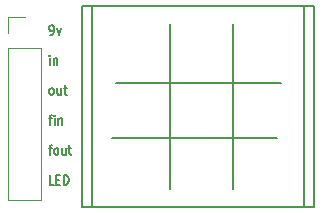
<source format=gbr>
%TF.GenerationSoftware,KiCad,Pcbnew,9.0.6*%
%TF.CreationDate,2025-11-23T18:57:29-06:00*%
%TF.ProjectId,switch,73776974-6368-42e6-9b69-6361645f7063,0.6.1*%
%TF.SameCoordinates,Original*%
%TF.FileFunction,Legend,Top*%
%TF.FilePolarity,Positive*%
%FSLAX46Y46*%
G04 Gerber Fmt 4.6, Leading zero omitted, Abs format (unit mm)*
G04 Created by KiCad (PCBNEW 9.0.6) date 2025-11-23 18:57:29*
%MOMM*%
%LPD*%
G01*
G04 APERTURE LIST*
%ADD10C,0.150000*%
%ADD11C,0.120000*%
%ADD12O,3.500000X3.000000*%
%ADD13R,1.700000X1.700000*%
%ADD14C,1.700000*%
G04 APERTURE END LIST*
D10*
X119435350Y-102773211D02*
X119702017Y-102773211D01*
X119535350Y-103306545D02*
X119535350Y-102620830D01*
X119535350Y-102620830D02*
X119568684Y-102544640D01*
X119568684Y-102544640D02*
X119635350Y-102506545D01*
X119635350Y-102506545D02*
X119702017Y-102506545D01*
X119935350Y-103306545D02*
X119935350Y-102773211D01*
X119935350Y-102506545D02*
X119902017Y-102544640D01*
X119902017Y-102544640D02*
X119935350Y-102582735D01*
X119935350Y-102582735D02*
X119968684Y-102544640D01*
X119968684Y-102544640D02*
X119935350Y-102506545D01*
X119935350Y-102506545D02*
X119935350Y-102582735D01*
X120268683Y-102773211D02*
X120268683Y-103306545D01*
X120268683Y-102849402D02*
X120302017Y-102811307D01*
X120302017Y-102811307D02*
X120368683Y-102773211D01*
X120368683Y-102773211D02*
X120468683Y-102773211D01*
X120468683Y-102773211D02*
X120535350Y-102811307D01*
X120535350Y-102811307D02*
X120568683Y-102887497D01*
X120568683Y-102887497D02*
X120568683Y-103306545D01*
X119635350Y-100766545D02*
X119568684Y-100728450D01*
X119568684Y-100728450D02*
X119535350Y-100690354D01*
X119535350Y-100690354D02*
X119502017Y-100614164D01*
X119502017Y-100614164D02*
X119502017Y-100385592D01*
X119502017Y-100385592D02*
X119535350Y-100309402D01*
X119535350Y-100309402D02*
X119568684Y-100271307D01*
X119568684Y-100271307D02*
X119635350Y-100233211D01*
X119635350Y-100233211D02*
X119735350Y-100233211D01*
X119735350Y-100233211D02*
X119802017Y-100271307D01*
X119802017Y-100271307D02*
X119835350Y-100309402D01*
X119835350Y-100309402D02*
X119868684Y-100385592D01*
X119868684Y-100385592D02*
X119868684Y-100614164D01*
X119868684Y-100614164D02*
X119835350Y-100690354D01*
X119835350Y-100690354D02*
X119802017Y-100728450D01*
X119802017Y-100728450D02*
X119735350Y-100766545D01*
X119735350Y-100766545D02*
X119635350Y-100766545D01*
X120468683Y-100233211D02*
X120468683Y-100766545D01*
X120168683Y-100233211D02*
X120168683Y-100652259D01*
X120168683Y-100652259D02*
X120202017Y-100728450D01*
X120202017Y-100728450D02*
X120268683Y-100766545D01*
X120268683Y-100766545D02*
X120368683Y-100766545D01*
X120368683Y-100766545D02*
X120435350Y-100728450D01*
X120435350Y-100728450D02*
X120468683Y-100690354D01*
X120702016Y-100233211D02*
X120968683Y-100233211D01*
X120802016Y-99966545D02*
X120802016Y-100652259D01*
X120802016Y-100652259D02*
X120835350Y-100728450D01*
X120835350Y-100728450D02*
X120902016Y-100766545D01*
X120902016Y-100766545D02*
X120968683Y-100766545D01*
X119435350Y-105313211D02*
X119702017Y-105313211D01*
X119535350Y-105846545D02*
X119535350Y-105160830D01*
X119535350Y-105160830D02*
X119568684Y-105084640D01*
X119568684Y-105084640D02*
X119635350Y-105046545D01*
X119635350Y-105046545D02*
X119702017Y-105046545D01*
X120035350Y-105846545D02*
X119968684Y-105808450D01*
X119968684Y-105808450D02*
X119935350Y-105770354D01*
X119935350Y-105770354D02*
X119902017Y-105694164D01*
X119902017Y-105694164D02*
X119902017Y-105465592D01*
X119902017Y-105465592D02*
X119935350Y-105389402D01*
X119935350Y-105389402D02*
X119968684Y-105351307D01*
X119968684Y-105351307D02*
X120035350Y-105313211D01*
X120035350Y-105313211D02*
X120135350Y-105313211D01*
X120135350Y-105313211D02*
X120202017Y-105351307D01*
X120202017Y-105351307D02*
X120235350Y-105389402D01*
X120235350Y-105389402D02*
X120268684Y-105465592D01*
X120268684Y-105465592D02*
X120268684Y-105694164D01*
X120268684Y-105694164D02*
X120235350Y-105770354D01*
X120235350Y-105770354D02*
X120202017Y-105808450D01*
X120202017Y-105808450D02*
X120135350Y-105846545D01*
X120135350Y-105846545D02*
X120035350Y-105846545D01*
X120868683Y-105313211D02*
X120868683Y-105846545D01*
X120568683Y-105313211D02*
X120568683Y-105732259D01*
X120568683Y-105732259D02*
X120602017Y-105808450D01*
X120602017Y-105808450D02*
X120668683Y-105846545D01*
X120668683Y-105846545D02*
X120768683Y-105846545D01*
X120768683Y-105846545D02*
X120835350Y-105808450D01*
X120835350Y-105808450D02*
X120868683Y-105770354D01*
X121102016Y-105313211D02*
X121368683Y-105313211D01*
X121202016Y-105046545D02*
X121202016Y-105732259D01*
X121202016Y-105732259D02*
X121235350Y-105808450D01*
X121235350Y-105808450D02*
X121302016Y-105846545D01*
X121302016Y-105846545D02*
X121368683Y-105846545D01*
X119868684Y-108386545D02*
X119535350Y-108386545D01*
X119535350Y-108386545D02*
X119535350Y-107586545D01*
X120102017Y-107967497D02*
X120335351Y-107967497D01*
X120435351Y-108386545D02*
X120102017Y-108386545D01*
X120102017Y-108386545D02*
X120102017Y-107586545D01*
X120102017Y-107586545D02*
X120435351Y-107586545D01*
X120735350Y-108386545D02*
X120735350Y-107586545D01*
X120735350Y-107586545D02*
X120902017Y-107586545D01*
X120902017Y-107586545D02*
X121002017Y-107624640D01*
X121002017Y-107624640D02*
X121068684Y-107700830D01*
X121068684Y-107700830D02*
X121102017Y-107777021D01*
X121102017Y-107777021D02*
X121135350Y-107929402D01*
X121135350Y-107929402D02*
X121135350Y-108043688D01*
X121135350Y-108043688D02*
X121102017Y-108196069D01*
X121102017Y-108196069D02*
X121068684Y-108272259D01*
X121068684Y-108272259D02*
X121002017Y-108348450D01*
X121002017Y-108348450D02*
X120902017Y-108386545D01*
X120902017Y-108386545D02*
X120735350Y-108386545D01*
X119568684Y-95686545D02*
X119702017Y-95686545D01*
X119702017Y-95686545D02*
X119768684Y-95648450D01*
X119768684Y-95648450D02*
X119802017Y-95610354D01*
X119802017Y-95610354D02*
X119868684Y-95496069D01*
X119868684Y-95496069D02*
X119902017Y-95343688D01*
X119902017Y-95343688D02*
X119902017Y-95038926D01*
X119902017Y-95038926D02*
X119868684Y-94962735D01*
X119868684Y-94962735D02*
X119835350Y-94924640D01*
X119835350Y-94924640D02*
X119768684Y-94886545D01*
X119768684Y-94886545D02*
X119635350Y-94886545D01*
X119635350Y-94886545D02*
X119568684Y-94924640D01*
X119568684Y-94924640D02*
X119535350Y-94962735D01*
X119535350Y-94962735D02*
X119502017Y-95038926D01*
X119502017Y-95038926D02*
X119502017Y-95229402D01*
X119502017Y-95229402D02*
X119535350Y-95305592D01*
X119535350Y-95305592D02*
X119568684Y-95343688D01*
X119568684Y-95343688D02*
X119635350Y-95381783D01*
X119635350Y-95381783D02*
X119768684Y-95381783D01*
X119768684Y-95381783D02*
X119835350Y-95343688D01*
X119835350Y-95343688D02*
X119868684Y-95305592D01*
X119868684Y-95305592D02*
X119902017Y-95229402D01*
X120135351Y-95153211D02*
X120302017Y-95686545D01*
X120302017Y-95686545D02*
X120468684Y-95153211D01*
X119535350Y-98226545D02*
X119535350Y-97693211D01*
X119535350Y-97426545D02*
X119502017Y-97464640D01*
X119502017Y-97464640D02*
X119535350Y-97502735D01*
X119535350Y-97502735D02*
X119568684Y-97464640D01*
X119568684Y-97464640D02*
X119535350Y-97426545D01*
X119535350Y-97426545D02*
X119535350Y-97502735D01*
X119868683Y-97693211D02*
X119868683Y-98226545D01*
X119868683Y-97769402D02*
X119902017Y-97731307D01*
X119902017Y-97731307D02*
X119968683Y-97693211D01*
X119968683Y-97693211D02*
X120068683Y-97693211D01*
X120068683Y-97693211D02*
X120135350Y-97731307D01*
X120135350Y-97731307D02*
X120168683Y-97807497D01*
X120168683Y-97807497D02*
X120168683Y-98226545D01*
%TO.C,SW1*%
X122300000Y-93285000D02*
X123100000Y-93285000D01*
X122300000Y-110285000D02*
X122300000Y-93285000D01*
X123100000Y-93285000D02*
X141100000Y-93285000D01*
X123100000Y-110285000D02*
X122300000Y-110285000D01*
X123100000Y-110285000D02*
X123100000Y-93285000D01*
X123100000Y-110285000D02*
X141100000Y-110285000D01*
X125100000Y-99775000D02*
X139100000Y-99775000D01*
X129750000Y-94785000D02*
X129750000Y-108785000D01*
X135050000Y-108785000D02*
X135050000Y-94785000D01*
X138800000Y-104475000D02*
X124800000Y-104475000D01*
X141100000Y-93285000D02*
X141100000Y-101785000D01*
X141100000Y-110285000D02*
X141100000Y-101785000D01*
X141900000Y-93285000D02*
X141100000Y-93285000D01*
X141900000Y-110285000D02*
X141100000Y-110285000D01*
X141900000Y-110285000D02*
X141900000Y-93285000D01*
D11*
%TO.C,J2*%
X116030000Y-94195000D02*
X117410000Y-94195000D01*
X116030000Y-95575000D02*
X116030000Y-94195000D01*
X116030000Y-96845000D02*
X116030000Y-109655000D01*
X116030000Y-96845000D02*
X118790000Y-96845000D01*
X116030000Y-109655000D02*
X118790000Y-109655000D01*
X118790000Y-96845000D02*
X118790000Y-109655000D01*
%TD*%
D12*
%TO.C,SW1*%
X127100000Y-97425000D03*
X127100000Y-102125000D03*
X127100000Y-106825000D03*
X132400000Y-97425000D03*
X132400000Y-102125000D03*
X132400000Y-106825000D03*
X137700000Y-97425000D03*
X137700000Y-102125000D03*
X137700000Y-106825000D03*
%TD*%
%LPC*%
%TO.C,SW1*%
X127100000Y-97425000D03*
X127100000Y-102125000D03*
X127100000Y-106825000D03*
X132400000Y-97425000D03*
X132400000Y-102125000D03*
X132400000Y-106825000D03*
X137700000Y-97425000D03*
X137700000Y-102125000D03*
X137700000Y-106825000D03*
%TD*%
D13*
%TO.C,J2*%
X117410000Y-95575000D03*
D14*
X117410000Y-98115000D03*
X117410000Y-100655000D03*
X117410000Y-103195000D03*
X117410000Y-105735000D03*
X117410000Y-108275000D03*
%TD*%
%LPD*%
M02*

</source>
